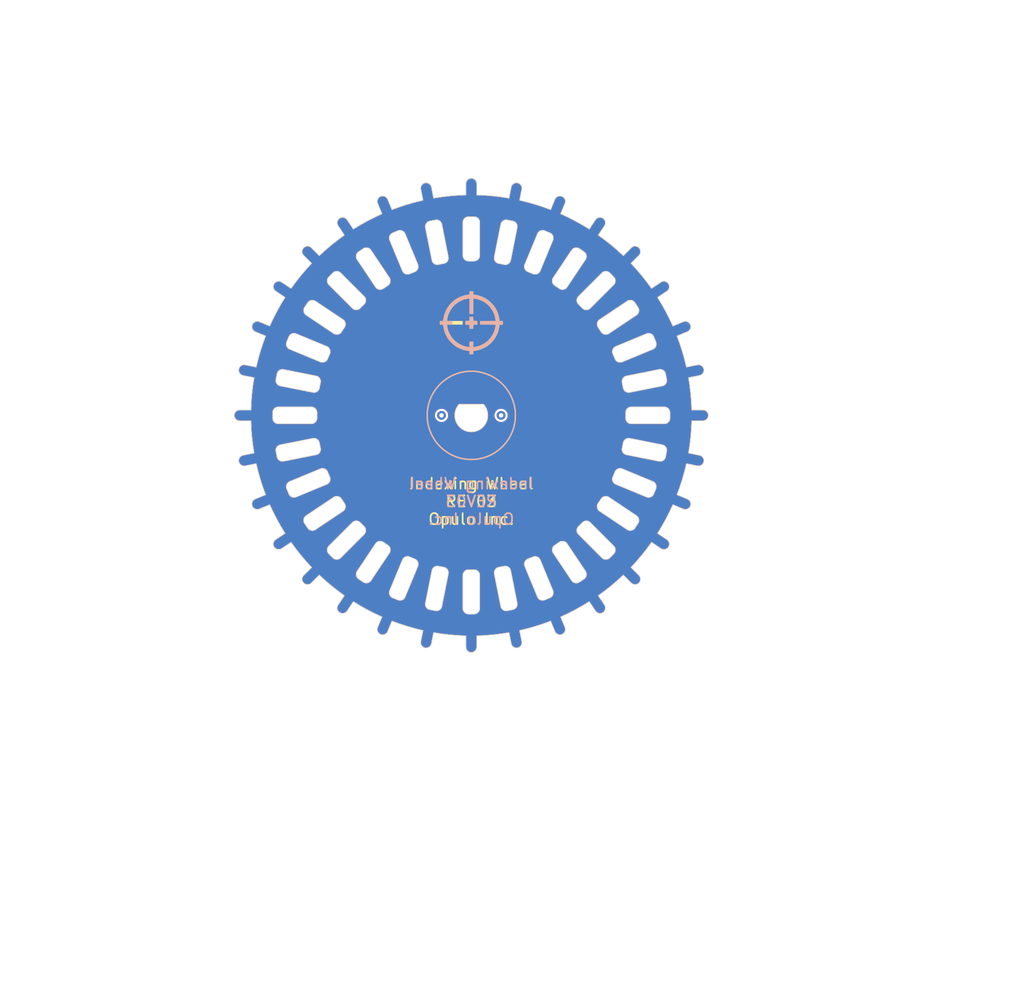
<source format=kicad_pcb>
(kicad_pcb (version 20211014) (generator pcbnew)
  (layers (0 "F.Cu" signal) (31 "B.Cu" signal) (34 "B.Paste" user) (35 "F.Paste" user) (36 "B.SilkS" user "B.Silkscreen") (37 "F.SilkS" user "F.Silkscreen") (38 "B.Mask" user) (39 "F.Mask" user) (44 "Edge.Cuts" user))
  (net 0 "")
  (footprint "index:logo" (layer "F.Cu") (at 149.5 84.6)
    (fp_text reference "G***" hide)
    (fp_text value "LOGO" hide)
    (fp_poly (pts (xy 0.169333 -2.543898) (xy 0.263869 -2.534212) (xy 0.52296 -2.493539) (xy 0.77827 -2.424972) (xy 1.029979 -2.32846) (xy 1.150055 -2.27195) (xy 1.292674 -2.196349) (xy 1.419534 -2.118738) (xy 1.537813 -2.033871) (xy 1.654691 -1.936508) (xy 1.777345 -1.821403) (xy 1.806554 -1.792443) (xy 1.926386 -1.667492) (xy 2.027294 -1.549938) (xy 2.114522 -1.432602) (xy 2.193312 -1.308306) (xy 2.268909 -1.16987) (xy 2.286061 -1.135945) (xy 2.396061 -0.885908) (xy 2.478089 -0.632356) (xy 2.532199 -0.375109) (xy 2.548323 -0.249759) (xy 2.558008 -0.155222) (xy 2.850444 -0.155222) (xy 2.850444 0.169333) (xy 2.557399 0.169333) (xy 2.547535 0.264583) (xy 2.507659 0.521009) (xy 2.441477 0.771033) (xy 2.348236 1.017208) (xy 2.286061 1.150055) (xy 2.21046 1.292674) (xy 2.132848 1.419534) (xy 2.047982 1.537813) (xy 1.950619 1.654691) (xy 1.835514 1.777345) (xy 1.806554 1.806554) (xy 1.681603 1.926386) (xy 1.564049 2.027294) (xy 1.446713 2.114522) (xy 1.322416 2.193312) (xy 1.18398 2.268909) (xy 1.150055 2.286061) (xy 0.900019 2.396061) (xy 0.646466 2.478089) (xy 0.38922 2.532199) (xy 0.263869 2.548323) (xy 0.169333 2.558008) (xy 0.169333 2.850444) (xy -0.155222 2.850444) (xy -0.155222 2.558008) (xy -0.249759 2.548323) (xy -0.508849 2.507649) (xy -0.76416 2.439083) (xy -1.015868 2.34257) (xy -1.135945 2.286061) (xy -1.278563 2.21046) (xy -1.405423 2.132848) (xy -1.523702 2.047982) (xy -1.64058 1.950619) (xy -1.763235 1.835514) (xy -1.792443 1.806554) (xy -1.912275 1.681603) (xy -2.013183 1.564049) (xy -2.100411 1.446713) (xy -2.179202 1.322416) (xy -2.254798 1.18398) (xy -2.27195 1.150055) (xy -2.38195 0.900019) (xy -2.463979 0.646466) (xy -2.518088 0.38922) (xy -2.534212 0.263869) (xy -2.543898 0.169333) (xy -2.836333 0.169333) (xy -2.836333 -0.155222) (xy -2.543898 -0.155222) (xy -2.205231 -0.155222) (xy -0.790222 -0.155222) (xy -0.790222 0.169333) (xy -2.205231 0.169333) (xy -2.195524 0.264583) (xy -2.159639 0.484313) (xy -2.097594 0.704567) (xy -2.011111 0.921475) (xy -1.901907 1.131165) (xy -1.771704 1.329766) (xy -1.659801 1.470858) (xy -1.506596 1.628821) (xy -1.33195 1.773377) (xy -1.140543 1.901804) (xy -0.937055 2.011383) (xy -0.726165 2.09939) (xy -0.512554 2.163106) (xy -0.443468 2.178102) (xy -0.370237 2.192329) (xy -0.31788 2.201925) (xy -0.27962 2.20791) (xy -0.248682 2.211303) (xy -0.218287 2.213125) (xy -0.208139 2.213523) (xy -0.155222 2.215444) (xy -0.155222 1.721555) (xy 0.169333 1.721555) (xy 0.169333 2.219342) (xy 0.264583 2.209635) (xy 0.483298 2.173883) (xy 0.70209 2.112335) (xy 0.916909 2.027114) (xy 1.123706 1.920343) (xy 1.318431 1.794146) (xy 1.497033 1.650645) (xy 1.655463 1.491964) (xy 1.673912 1.470858) (xy 1.818922 1.28327) (xy 1.944237 1.081651) (xy 2.048139 0.869873) (xy 2.128907 0.651808) (xy 2.184824 0.431326) (xy 2.209635 0.264583) (xy 2.219342 0.169333) (xy 1.721555 0.169333) (xy 1.721555 -0.155222) (xy 2.219342 -0.155222) (xy 2.209635 -0.250472) (xy 2.173749 -0.470202) (xy 2.111705 -0.690456) (xy 2.025222 -0.907364) (xy 1.916018 -1.117054) (xy 1.785814 -1.315655) (xy 1.673912 -1.456747) (xy 1.518331 -1.617203) (xy 1.342063 -1.762747) (xy 1.149159 -1.891257) (xy 0.943669 -2.000609) (xy 0.729643 -2.088681) (xy 0.511131 -2.153349) (xy 0.292182 -2.192491) (xy 0.264583 -2.195524) (xy 0.169333 -2.205231) (xy 0.169333 -0.790222) (xy -0.155222 -0.790222) (xy -0.155222 -2.205231) (xy -0.250472 -2.195524) (xy -0.469187 -2.159772) (xy -0.687979 -2.098224) (xy -0.902798 -2.013003) (xy -1.109595 -1.906233) (xy -1.30432 -1.780035) (xy -1.482922 -1.636534) (xy -1.641352 -1.477853) (xy -1.659801 -1.456747) (xy -1.804811 -1.269159) (xy -1.930126 -1.06754) (xy -2.034028 -0.855762) (xy -2.114796 -0.637697) (xy -2.170713 -0.417216) (xy -2.195524 -0.250472) (xy -2.205231 -0.155222) (xy -2.543898 -0.155222) (xy -2.534212 -0.249759) (xy -2.493539 -0.508849) (xy -2.424972 -0.76416) (xy -2.32846 -1.015868) (xy -2.27195 -1.135945) (xy -2.196349 -1.278563) (xy -2.118738 -1.405423) (xy -2.033871 -1.523702) (xy -1.936508 -1.64058) (xy -1.821403 -1.763235) (xy -1.792443 -1.792443) (xy -1.667492 -1.912275) (xy -1.549938 -2.013183) (xy -1.432602 -2.100411) (xy -1.308306 -2.179202) (xy -1.16987 -2.254798) (xy -1.135945 -2.27195) (xy -0.885908 -2.38195) (xy -0.632356 -2.463979) (xy -0.375109 -2.518088) (xy -0.249759 -2.534212) (xy -0.155222 -2.543898) (xy -0.155222 -2.836333) (xy 0.169333 -2.836333) (xy 0.169333 -2.543898)) (layer "F.SilkS") (width 0.01) (fill solid))
    (fp_poly (pts (xy 0.172439 -0.342195) (xy 0.176389 -0.162278) (xy 0.356305 -0.158329) (xy 0.536222 -0.154379) (xy 0.536222 0.16849) (xy 0.356305 0.172439) (xy 0.176389 0.176389) (xy 0.172439 0.356305) (xy 0.16849 0.536222) (xy -0.154379 0.536222) (xy -0.158329 0.356305) (xy -0.162278 0.176389) (xy -0.342195 0.172439) (xy -0.522111 0.16849) (xy -0.522111 -0.154379) (xy -0.342195 -0.158329) (xy -0.162278 -0.162278) (xy -0.158329 -0.342195) (xy -0.154379 -0.522111) (xy 0.16849 -0.522111) (xy 0.172439 -0.342195)) (layer "F.SilkS") (width 0.01) (fill solid))
  )
  (footprint "index:logo" (layer "B.Cu") (at 149.5 84.6 180)
    (fp_text reference "G***" hide)
    (fp_text value "LOGO" hide)
    (fp_poly (pts (xy 0.169333 2.543898) (xy 0.263869 2.534212) (xy 0.52296 2.493539) (xy 0.77827 2.424972) (xy 1.029979 2.32846) (xy 1.150055 2.27195) (xy 1.292674 2.196349) (xy 1.419534 2.118738) (xy 1.537813 2.033871) (xy 1.654691 1.936508) (xy 1.777345 1.821403) (xy 1.806554 1.792443) (xy 1.926386 1.667492) (xy 2.027294 1.549938) (xy 2.114522 1.432602) (xy 2.193312 1.308306) (xy 2.268909 1.16987) (xy 2.286061 1.135945) (xy 2.396061 0.885908) (xy 2.478089 0.632356) (xy 2.532199 0.375109) (xy 2.548323 0.249759) (xy 2.558008 0.155222) (xy 2.850444 0.155222) (xy 2.850444 -0.169333) (xy 2.557399 -0.169333) (xy 2.547535 -0.264583) (xy 2.507659 -0.521009) (xy 2.441477 -0.771033) (xy 2.348236 -1.017208) (xy 2.286061 -1.150055) (xy 2.21046 -1.292674) (xy 2.132848 -1.419534) (xy 2.047982 -1.537813) (xy 1.950619 -1.654691) (xy 1.835514 -1.777345) (xy 1.806554 -1.806554) (xy 1.681603 -1.926386) (xy 1.564049 -2.027294) (xy 1.446713 -2.114522) (xy 1.322416 -2.193312) (xy 1.18398 -2.268909) (xy 1.150055 -2.286061) (xy 0.900019 -2.396061) (xy 0.646466 -2.478089) (xy 0.38922 -2.532199) (xy 0.263869 -2.548323) (xy 0.169333 -2.558008) (xy 0.169333 -2.850444) (xy -0.155222 -2.850444) (xy -0.155222 -2.558008) (xy -0.249759 -2.548323) (xy -0.508849 -2.507649) (xy -0.76416 -2.439083) (xy -1.015868 -2.34257) (xy -1.135945 -2.286061) (xy -1.278563 -2.21046) (xy -1.405423 -2.132848) (xy -1.523702 -2.047982) (xy -1.64058 -1.950619) (xy -1.763235 -1.835514) (xy -1.792443 -1.806554) (xy -1.912275 -1.681603) (xy -2.013183 -1.564049) (xy -2.100411 -1.446713) (xy -2.179202 -1.322416) (xy -2.254798 -1.18398) (xy -2.27195 -1.150055) (xy -2.38195 -0.900019) (xy -2.463979 -0.646466) (xy -2.518088 -0.38922) (xy -2.534212 -0.263869) (xy -2.543898 -0.169333) (xy -2.836333 -0.169333) (xy -2.836333 0.155222) (xy -2.543898 0.155222) (xy -2.205231 0.155222) (xy -0.790222 0.155222) (xy -0.790222 -0.169333) (xy -2.205231 -0.169333) (xy -2.195524 -0.264583) (xy -2.159639 -0.484313) (xy -2.097594 -0.704567) (xy -2.011111 -0.921475) (xy -1.901907 -1.131165) (xy -1.771704 -1.329766) (xy -1.659801 -1.470858) (xy -1.506596 -1.628821) (xy -1.33195 -1.773377) (xy -1.140543 -1.901804) (xy -0.937055 -2.011383) (xy -0.726165 -2.09939) (xy -0.512554 -2.163106) (xy -0.443468 -2.178102) (xy -0.370237 -2.192329) (xy -0.31788 -2.201925) (xy -0.27962 -2.20791) (xy -0.248682 -2.211303) (xy -0.218287 -2.213125) (xy -0.208139 -2.213523) (xy -0.155222 -2.215444) (xy -0.155222 -1.721555) (xy 0.169333 -1.721555) (xy 0.169333 -2.219342) (xy 0.264583 -2.209635) (xy 0.483298 -2.173883) (xy 0.70209 -2.112335) (xy 0.916909 -2.027114) (xy 1.123706 -1.920343) (xy 1.318431 -1.794146) (xy 1.497033 -1.650645) (xy 1.655463 -1.491964) (xy 1.673912 -1.470858) (xy 1.818922 -1.28327) (xy 1.944237 -1.081651) (xy 2.048139 -0.869873) (xy 2.128907 -0.651808) (xy 2.184824 -0.431326) (xy 2.209635 -0.264583) (xy 2.219342 -0.169333) (xy 1.721555 -0.169333) (xy 1.721555 0.155222) (xy 2.219342 0.155222) (xy 2.209635 0.250472) (xy 2.173749 0.470202) (xy 2.111705 0.690456) (xy 2.025222 0.907364) (xy 1.916018 1.117054) (xy 1.785814 1.315655) (xy 1.673912 1.456747) (xy 1.518331 1.617203) (xy 1.342063 1.762747) (xy 1.149159 1.891257) (xy 0.943669 2.000609) (xy 0.729643 2.088681) (xy 0.511131 2.153349) (xy 0.292182 2.192491) (xy 0.264583 2.195524) (xy 0.169333 2.205231) (xy 0.169333 0.790222) (xy -0.155222 0.790222) (xy -0.155222 2.205231) (xy -0.250472 2.195524) (xy -0.469187 2.159772) (xy -0.687979 2.098224) (xy -0.902798 2.013003) (xy -1.109595 1.906233) (xy -1.30432 1.780035) (xy -1.482922 1.636534) (xy -1.641352 1.477853) (xy -1.659801 1.456747) (xy -1.804811 1.269159) (xy -1.930126 1.06754) (xy -2.034028 0.855762) (xy -2.114796 0.637697) (xy -2.170713 0.417216) (xy -2.195524 0.250472) (xy -2.205231 0.155222) (xy -2.543898 0.155222) (xy -2.534212 0.249759) (xy -2.493539 0.508849) (xy -2.424972 0.76416) (xy -2.32846 1.015868) (xy -2.27195 1.135945) (xy -2.196349 1.278563) (xy -2.118738 1.405423) (xy -2.033871 1.523702) (xy -1.936508 1.64058) (xy -1.821403 1.763235) (xy -1.792443 1.792443) (xy -1.667492 1.912275) (xy -1.549938 2.013183) (xy -1.432602 2.100411) (xy -1.308306 2.179202) (xy -1.16987 2.254798) (xy -1.135945 2.27195) (xy -0.885908 2.38195) (xy -0.632356 2.463979) (xy -0.375109 2.518088) (xy -0.249759 2.534212) (xy -0.155222 2.543898) (xy -0.155222 2.836333) (xy 0.169333 2.836333) (xy 0.169333 2.543898)) (layer "B.SilkS") (width 0.01) (fill solid))
    (fp_poly (pts (xy 0.172439 0.342195) (xy 0.176389 0.162278) (xy 0.356305 0.158329) (xy 0.536222 0.154379) (xy 0.536222 -0.16849) (xy 0.356305 -0.172439) (xy 0.176389 -0.176389) (xy 0.172439 -0.356305) (xy 0.16849 -0.536222) (xy -0.154379 -0.536222) (xy -0.158329 -0.356305) (xy -0.162278 -0.176389) (xy -0.342195 -0.172439) (xy -0.522111 -0.16849) (xy -0.522111 0.154379) (xy -0.342195 0.158329) (xy -0.162278 0.162278) (xy -0.158329 0.342195) (xy -0.154379 0.522111) (xy 0.16849 0.522111) (xy 0.172439 0.342195)) (layer "B.SilkS") (width 0.01) (fill solid))
  )
  (gr_circle (center 149.5 93) (end 145.5 93) (layer "B.SilkS") (width 0.12) (fill none))
  (gr_circle (center 149.5 93) (end 153.5 93) (layer "F.SilkS") (width 0.12) (fill none))
  (gr_arc (start 146.821014 110.310142) (mid 146.608907 110.628214) (end 146.234014 110.703142) (layer "Edge.Cuts") (width 0.05))
  (gr_arc (start 167.000014 92.250142) (mid 167.353567 92.396589) (end 167.500014 92.750142) (layer "Edge.Cuts") (width 0.05))
  (gr_line (start 156.157014 76.274142) (end 156.619014 76.466142) (layer "Edge.Cuts") (width 0.05))
  (gr_line (start 139.777014 103.783142) (end 137.656014 105.905142) (layer "Edge.Cuts") (width 0.05))
  (gr_arc (start 143.258011 106.11015) (mid 143.528384 105.839403) (end 143.911014 105.839142) (layer "Edge.Cuts") (width 0.05))
  (gr_line (start 142.311014 74.337142) (end 141.926014 73.407142) (layer "Edge.Cuts") (width 0.05))
  (gr_arc (start 156.890014 108.881142) (mid 156.889755 109.263768) (end 156.619014 109.534142) (layer "Edge.Cuts") (width 0.05))
  (gr_line (start 135.720014 95.486142) (end 135.818014 95.976142) (layer "Edge.Cuts") (width 0.05))
  (gr_arc (start 167.204014 89.734142) (mid 167.128793 90.109742) (end 166.810014 90.322142) (layer "Edge.Cuts") (width 0.05))
  (gr_line (start 134.533014 102.099142) (end 137.027014 100.432142) (layer "Edge.Cuts") (width 0.05))
  (gr_arc (start 141.387023 111.280619) (mid 140.07229 110.63858) (end 138.808014 109.902142) (layer "Edge.Cuts") (width 0.05))
  (gr_arc (start 159.22202 103.783148) (mid 159.07609 103.429439) (end 159.223014 103.076142) (layer "Edge.Cuts") (width 0.05))
  (gr_line (start 133.154014 81.476142) (end 132.317014 80.917142) (layer "Edge.Cuts") (width 0.05))
  (gr_line (start 129.988014 88.609142) (end 129.001014 88.413142) (layer "Edge.Cuts") (width 0.05))
  (gr_line (start 159.292014 77.895142) (end 159.708014 78.172142) (layer "Edge.Cuts") (width 0.05))
  (gr_line (start 152.178014 110.310142) (end 151.593014 107.368142) (layer "Edge.Cuts") (width 0.05))
  (gr_arc (start 136.595014 105.552142) (mid 136.448382 105.198142) (end 136.595014 104.844142) (layer "Edge.Cuts") (width 0.05))
  (gr_line (start 169.012014 97.391142) (end 169.999014 97.587142) (layer "Edge.Cuts") (width 0.05))
  (gr_line (start 156.890014 77.119142) (end 155.742014 79.891142) (layer "Edge.Cuts") (width 0.05))
  (gr_arc (start 163.990808 79.215688) (mid 164.95978 80.311962) (end 165.846014 81.476142) (layer "Edge.Cuts") (width 0.05))
  (gr_line (start 162.609014 86.758142) (end 165.381014 85.610142) (layer "Edge.Cuts") (width 0.05))
  (gr_line (start 135.009014 79.216142) (end 134.297014 78.504142) (layer "Edge.Cuts") (width 0.05))
  (gr_line (start 169.207014 96.410142) (end 170.194014 96.607142) (layer "Edge.Cuts") (width 0.05))
  (gr_line (start 148.750014 110.500142) (end 148.750014 107.500142) (layer "Edge.Cuts") (width 0.05))
  (gr_arc (start 151.594016 107.368151) (mid 151.668233 106.99296) (end 151.986014 106.780142) (layer "Edge.Cuts") (width 0.05))
  (gr_arc (start 152.910275 112.707505) (mid 151.46039 112.904085) (end 150.000014 112.994142) (layer "Edge.Cuts") (width 0.05))
  (gr_line (start 161.973014 100.432142) (end 164.467014 102.099142) (layer "Edge.Cuts") (width 0.05))
  (gr_arc (start 135.132005 95.094144) (mid 135.507196 95.168361) (end 135.720014 95.486142) (layer "Edge.Cuts") (width 0.05))
  (gr_arc (start 139.778008 82.217136) (mid 139.923938 82.570845) (end 139.777014 82.924142) (layer "Edge.Cuts") (width 0.05))
  (gr_line (start 138.808014 109.902142) (end 138.249014 110.739142) (layer "Edge.Cuts") (width 0.05))
  (gr_line (start 161.140014 84.321142) (end 163.634014 82.654142) (layer "Edge.Cuts") (width 0.05))
  (gr_line (start 136.661014 87.411142) (end 136.470014 87.873142) (layer "Edge.Cuts") (width 0.05))
  (gr_arc (start 149.750014 107.000142) (mid 150.103567 107.146589) (end 150.250014 107.500142) (layer "Edge.Cuts") (width 0.05))
  (gr_arc (start 167.500014 93.250142) (mid 167.353567 93.603695) (end 167.000014 93.750142) (layer "Edge.Cuts") (width 0.05))
  (gr_arc (start 163.183022 88.144139) (mid 162.800392 88.143885) (end 162.530014 87.873142) (layer "Edge.Cuts") (width 0.05))
  (gr_arc (start 160.28302 83.278136) (mid 159.929311 83.424066) (end 159.576014 83.277142) (layer "Edge.Cuts") (width 0.05))
  (gr_line (start 135.000014 93.750142) (end 132.000014 93.750142) (layer "Edge.Cuts") (width 0.05))
  (gr_line (start 160.192014 76.098142) (end 160.751014 75.261142) (layer "Edge.Cuts") (width 0.05))
  (gr_arc (start 134.298014 78.505142) (mid 134.297014 77.798142) (end 135.004014 77.797142) (layer "Edge.Cuts") (width 0.05))
  (gr_arc (start 158.600014 78.033142) (mid 158.917433 77.820824) (end 159.292014 77.895142) (layer "Edge.Cuts") (width 0.05))
  (gr_line (start 150.000014 112.994142) (end 150.000014 114.000142) (layer "Edge.Cuts") (width 0.05))
  (gr_arc (start 140.821009 104.639149) (mid 141.139136 104.427118) (end 141.514014 104.502142) (layer "Edge.Cuts") (width 0.05))
  (gr_arc (start 135.817006 97.856145) (mid 136.199636 97.856399) (end 136.470014 98.127142) (layer "Edge.Cuts") (width 0.05))
  (gr_line (start 153.064014 107.075142) (end 153.650014 110.017142) (layer "Edge.Cuts") (width 0.05))
  (gr_line (start 167.780014 84.887142) (end 168.710014 84.502142) (layer "Edge.Cuts") (width 0.05))
  (gr_line (start 153.257014 110.605142) (end 152.766014 110.703142) (layer "Edge.Cuts") (width 0.05))
  (gr_line (start 159.223014 82.217142) (end 161.344014 80.095142) (layer "Edge.Cuts") (width 0.05))
  (gr_arc (start 160.751014 75.261142) (mid 161.445014 75.123142) (end 161.583014 75.817142) (layer "Edge.Cuts") (width 0.05))
  (gr_line (start 163.183014 97.856142) (end 165.955014 99.004142) (layer "Edge.Cuts") (width 0.05))
  (gr_line (start 166.810014 90.322142) (end 163.868014 90.907142) (layer "Edge.Cuts") (width 0.05))
  (gr_arc (start 136.470014 87.873142) (mid 136.19964 88.143883) (end 135.817014 88.144142) (layer "Edge.Cuts") (width 0.05))
  (gr_arc (start 149.000219 112.993745) (mid 147.539871 112.903704) (end 146.090014 112.707142) (layer "Edge.Cuts") (width 0.05))
  (gr_line (start 162.339014 98.589142) (end 162.530014 98.127142) (layer "Edge.Cuts") (width 0.05))
  (gr_line (start 163.868014 95.093142) (end 166.810014 95.678142) (layer "Edge.Cuts") (width 0.05))
  (gr_line (start 145.743014 75.395142) (end 146.234014 75.297142) (layer "Edge.Cuts") (width 0.05))
  (gr_arc (start 129.002014 97.587142) (mid 128.414014 97.195142) (end 128.806014 96.607142) (layer "Edge.Cuts") (width 0.05))
  (gr_line (start 135.132014 90.907142) (end 132.190014 90.322142) (layer "Edge.Cuts") (width 0.05))
  (gr_line (start 131.895014 96.757142) (end 131.797014 96.266142) (layer "Edge.Cuts") (width 0.05))
  (gr_line (start 161.024014 109.346142) (end 161.583014 110.183142) (layer "Edge.Cuts") (width 0.05))
  (gr_line (start 161.024014 76.654142) (end 161.583014 75.817142) (layer "Edge.Cuts") (width 0.05))
  (gr_line (start 144.373014 79.970142) (end 143.911014 80.161142) (layer "Edge.Cuts") (width 0.05))
  (gr_arc (start 147.014014 106.779142) (mid 147.3325 106.992249) (end 147.407014 107.368142) (layer "Edge.Cuts") (width 0.05))
  (gr_line (start 137.976014 76.654142) (end 137.417014 75.817142) (layer "Edge.Cuts") (width 0.05))
  (gr_arc (start 166.810014 95.679142) (mid 167.128086 95.891249) (end 167.203014 96.266142) (layer "Edge.Cuts") (width 0.05))
  (gr_line (start 135.366014 82.654142) (end 137.860014 84.321142) (layer "Edge.Cuts") (width 0.05))
  (gr_arc (start 166.226014 86.343142) (mid 166.225755 86.725768) (end 165.955014 86.996142) (layer "Edge.Cuts") (width 0.05))
  (gr_line (start 149.000014 73.006142) (end 149.000014 72.000142) (layer "Edge.Cuts") (width 0.05))
  (gr_arc (start 164.702014 107.495142) (mid 164.703014 108.202142) (end 163.996014 108.203142) (layer "Edge.Cuts") (width 0.05))
  (gr_line (start 165.846014 104.524142) (end 166.683014 105.083142) (layer "Edge.Cuts") (width 0.05))
  (gr_line (start 156.619014 109.534142) (end 156.157014 109.726142) (layer "Edge.Cuts") (width 0.05))
  (gr_arc (start 133.153876 81.476622) (mid 134.040075 80.31243) (end 135.009014 79.216142) (layer "Edge.Cuts") (width 0.05))
  (gr_arc (start 157.487014 104.502142) (mid 157.861595 104.427824) (end 158.179014 104.640142) (layer "Edge.Cuts") (width 0.05))
  (gr_line (start 135.716014 78.509142) (end 135.004014 77.797142) (layer "Edge.Cuts") (width 0.05))
  (gr_arc (start 159.577014 102.723142) (mid 159.930014 102.576925) (end 160.283014 102.723142) (layer "Edge.Cuts") (width 0.05))
  (gr_line (start 168.163014 85.811142) (end 169.093014 85.426142) (layer "Edge.Cuts") (width 0.05))
  (gr_line (start 151.593014 78.632142) (end 152.178014 75.690142) (layer "Edge.Cuts") (width 0.05))
  (gr_arc (start 143.496014 109.455142) (mid 143.22564 109.725883) (end 142.843014 109.726142) (layer "Edge.Cuts") (width 0.05))
  (gr_arc (start 146.234014 75.296142) (mid 146.609614 75.371363) (end 146.822014 75.690142) (layer "Edge.Cuts") (width 0.05))
  (gr_line (start 163.575014 89.436142) (end 166.517014 88.850142) (layer "Edge.Cuts") (width 0.05))
  (gr_arc (start 161.139021 101.679147) (mid 160.92699 101.36102) (end 161.002014 100.986142) (layer "Edge.Cuts") (width 0.05))
  (gr_line (start 159.576014 83.277142) (end 159.223014 82.924142) (layer "Edge.Cuts") (width 0.05))
  (gr_arc (start 146.089753 73.292779) (mid 147.539638 73.096199) (end 149.000014 73.006142) (layer "Edge.Cuts") (width 0.05))
  (gr_arc (start 128.500014 93.500142) (mid 128.000014 93.000142) (end 128.500014 92.500142) (layer "Edge.Cuts") (width 0.05))
  (gr_arc (start 160.191954 109.901668) (mid 158.927712 110.638103) (end 157.613014 111.280142) (layer "Edge.Cuts") (width 0.05))
  (gr_line (start 141.387014 111.280142) (end 141.002014 112.210142) (layer "Edge.Cuts") (width 0.05))
  (gr_arc (start 131.796014 96.266142) (mid 131.871235 95.890542) (end 132.190014 95.678142) (layer "Edge.Cuts") (width 0.05))
  (gr_arc (start 144.913014 72.502142) (mid 145.305014 71.914142) (end 145.893014 72.306142) (layer "Edge.Cuts") (width 0.05))
  (gr_line (start 167.780014 101.113142) (end 168.710014 101.498142) (layer "Edge.Cuts") (width 0.05))
  (gr_arc (start 163.284468 107.490936) (mid 162.188194 108.459908) (end 161.024014 109.346142) (layer "Edge.Cuts") (width 0.05))
  (gr_arc (start 130.291014 101.498142) (mid 129.637014 101.228142) (end 129.907014 100.574142) (layer "Edge.Cuts") (width 0.05))
  (gr_arc (start 163.279014 95.486142) (mid 163.492121 95.167656) (end 163.868014 95.093142) (layer "Edge.Cuts") (width 0.05))
  (gr_line (start 166.226014 99.657142) (end 166.034014 100.119142) (layer "Edge.Cuts") (width 0.05))
  (gr_arc (start 145.351014 75.983142) (mid 145.425235 75.607956) (end 145.743014 75.395142) (layer "Edge.Cuts") (width 0.05))
  (gr_line (start 155.742014 106.109142) (end 156.890014 108.881142) (layer "Edge.Cuts") (width 0.05))
  (gr_arc (start 159.223014 82.923142) (mid 159.076797 82.570142) (end 159.223014 82.217142) (layer "Edge.Cuts") (width 0.05))
  (gr_line (start 163.182014 95.976142) (end 163.280014 95.486142) (layer "Edge.Cuts") (width 0.05))
  (gr_arc (start 142.068009 80.527135) (mid 142.142747 80.902718) (end 141.930014 81.221142) (layer "Edge.Cuts") (width 0.05))
  (gr_line (start 148.400001 92.000001) (end 150.6 92) (layer "Edge.Cuts") (width 0.05))
  (gr_arc (start 167.239014 104.251142) (mid 167.377014 104.945142) (end 166.683014 105.083142) (layer "Edge.Cuts") (width 0.05))
  (gr_arc (start 136.390006 86.758139) (mid 136.660753 87.028512) (end 136.661014 87.411142) (layer "Edge.Cuts") (width 0.05))
  (gr_line (start 131.797014 89.734142) (end 131.895014 89.243142) (layer "Edge.Cuts") (width 0.05))
  (gr_line (start 164.000014 92.250142) (end 167.000014 92.250142) (layer "Edge.Cuts") (width 0.05))
  (gr_line (start 131.220014 101.113142) (end 130.290014 101.498142) (layer "Edge.Cuts") (width 0.05))
  (gr_arc (start 162.530014 98.127142) (mid 162.800388 97.856401) (end 163.183014 97.856142) (layer "Edge.Cuts") (width 0.05))
  (gr_arc (start 157.613005 74.719665) (mid 158.927738 75.361704) (end 160.192014 76.098142) (layer "Edge.Cuts") (width 0.05))
  (gr_arc (start 149.750014 75.000142) (mid 150.103567 75.146589) (end 150.250014 75.500142) (layer "Edge.Cuts") (width 0.05))
  (gr_line (start 166.517014 97.150142) (end 163.575014 96.564142) (layer "Edge.Cuts") (width 0.05))
  (gr_line (start 143.258014 79.891142) (end 142.110014 77.119142) (layer "Edge.Cuts") (width 0.05))
  (gr_arc (start 131.761014 81.749142) (mid 131.623014 81.055142) (end 132.317014 80.917142) (layer "Edge.Cuts") (width 0.05))
  (gr_line (start 133.619014 85.610142) (end 136.391014 86.758142) (layer "Edge.Cuts") (width 0.05))
  (gr_arc (start 149.250014 79.000142) (mid 148.896461 78.853695) (end 148.750014 78.500142) (layer "Edge.Cuts") (width 0.05))
  (gr_arc (start 131.219537 84.887151) (mid 131.861576 83.572418) (end 132.598014 82.308142) (layer "Edge.Cuts") (width 0.05))
  (gr_arc (start 150.250014 110.500142) (mid 150.103567 110.853695) (end 149.750014 111.000142) (layer "Edge.Cuts") (width 0.05))
  (gr_arc (start 163.634014 82.654142) (mid 164.009595 82.57941) (end 164.328014 82.792142) (layer "Edge.Cuts") (width 0.05))
  (gr_line (start 136.391014 99.242142) (end 133.619014 100.390142) (layer "Edge.Cuts") (width 0.05))
  (gr_arc (start 162.052014 105.905142) (mid 161.698014 106.051774) (end 161.344014 105.905142) (layer "Edge.Cuts") (width 0.05))
  (gr_arc (start 156.157014 109.726142) (mid 155.774388 109.725883) (end 155.504014 109.455142) (layer "Edge.Cuts") (width 0.05))
  (gr_arc (start 129.506411 92.500347) (mid 129.596452 91.039999) (end 129.793014 89.590142) (layer "Edge.Cuts") (width 0.05))
  (gr_arc (start 154.627014 79.970142) (mid 154.356273 79.699768) (end 154.356014 79.317142) (layer "Edge.Cuts") (width 0.05))
  (gr_arc (start 161.023534 76.654004) (mid 162.187726 77.540203) (end 163.284014 78.509142) (layer "Edge.Cuts") (width 0.05))
  (gr_line (start 133.045014 99.004142) (end 135.817014 97.856142) (layer "Edge.Cuts") (width 0.05))
  (gr_line (start 149.250014 75.000142) (end 149.750014 75.000142) (layer "Edge.Cuts") (width 0.05))
  (gr_arc (start 134.394014 102.792142) (mid 134.319989 102.416854) (end 134.533014 102.099142) (layer "Edge.Cuts") (width 0.05))
  (gr_arc (start 151.986014 79.221142) (mid 151.667528 79.008035) (end 151.593014 78.632142) (layer "Edge.Cuts") (width 0.05))
  (gr_arc (start 168.709014 84.502142) (mid 169.363014 84.772142) (end 169.093014 85.426142) (layer "Edge.Cuts") (width 0.05))
  (gr_arc (start 163.868023 90.90614) (mid 163.492832 90.831923) (end 163.280014 90.514142) (layer "Edge.Cuts") (width 0.05))
  (gr_arc (start 149.999809 73.006539) (mid 151.460157 73.09658) (end 152.910014 73.293142) (layer "Edge.Cuts") (width 0.05))
  (gr_arc (start 153.065016 78.925133) (mid 152.851911 79.243626) (end 152.476014 79.318142) (layer "Edge.Cuts") (width 0.05))
  (gr_line (start 159.223014 103.076142) (end 159.576014 102.723142) (layer "Edge.Cuts") (width 0.05))
  (gr_arc (start 169.207377 89.589881) (mid 169.403957 91.039766) (end 169.494014 92.500142) (layer "Edge.Cuts") (width 0.05))
  (gr_arc (start 136.948014 80.095142) (mid 137.302014 79.94851) (end 137.656014 80.095142) (layer "Edge.Cuts") (width 0.05))
  (gr_arc (start 153.107014 72.307142) (mid 153.694014 71.914142) (end 154.087014 72.501142) (layer "Edge.Cuts") (width 0.05))
  (gr_arc (start 130.8369 100.189523) (mid 130.361243 98.805868) (end 129.988014 97.391142) (layer "Edge.Cuts") (width 0.05))
  (gr_arc (start 165.381014 85.610142) (mid 165.76364 85.610401) (end 166.034014 85.881142) (layer "Edge.Cuts") (width 0.05))
  (gr_line (start 164.467014 83.901142) (end 161.973014 85.568142) (layer "Edge.Cuts") (width 0.05))
  (gr_arc (start 141.926014 112.592142) (mid 141.273014 112.863142) (end 141.002014 112.210142) (layer "Edge.Cuts") (width 0.05))
  (gr_line (start 166.402014 82.308142) (end 167.239014 81.749142) (layer "Edge.Cuts") (width 0.05))
  (gr_line (start 153.891014 73.488142) (end 154.087014 72.501142) (layer "Edge.Cuts") (width 0.05))
  (gr_line (start 139.292014 78.172142) (end 139.708014 77.895142) (layer "Edge.Cuts") (width 0.05))
  (gr_line (start 168.163014 100.189142) (end 169.093014 100.574142) (layer "Edge.Cuts") (width 0.05))
  (gr_arc (start 150.599999 92.000001) (mid 149.5 94.486605) (end 148.400001 92.000001) (layer "Edge.Cuts") (width 0.05))
  (gr_arc (start 133.619014 100.390142) (mid 133.236388 100.389883) (end 132.966014 100.119142) (layer "Edge.Cuts") (width 0.05))
  (gr_arc (start 144.373014 106.030142) (mid 144.643755 106.300516) (end 144.644014 106.683142) (layer "Edge.Cuts") (width 0.05))
  (gr_line (start 131.220014 84.887142) (end 130.290014 84.502142) (layer "Edge.Cuts") (width 0.05))
  (gr_arc (start 141.513014 81.498142) (mid 141.138433 81.57246) (end 140.821014 81.360142) (layer "Edge.Cuts") (width 0.05))
  (gr_arc (start 156.689395 111.663256) (mid 155.30574 112.138913) (end 153.891014 112.512142) (layer "Edge.Cuts") (width 0.05))
  (gr_arc (start 135.817014 95.976142) (mid 135.742793 96.351328) (end 135.425014 96.564142) (layer "Edge.Cuts") (width 0.05))
  (gr_line (start 145.350014 110.017142) (end 145.936014 107.075142) (layer "Edge.Cuts") (width 0.05))
  (gr_line (start 164.605014 102.792142) (end 164.328014 103.208142) (layer "Edge.Cuts") (width 0.05))
  (gr_line (start 129.793014 96.410142) (end 128.806014 96.607142) (layer "Edge.Cuts") (width 0.05))
  (gr_arc (start 163.575023 96.565144) (mid 163.25653 96.352039) (end 163.182014 95.976142) (layer "Edge.Cuts") (width 0.05))
  (gr_line (start 132.598014 103.692142) (end 131.761014 104.251142) (layer "Edge.Cuts") (width 0.05))
  (gr_arc (start 140.400014 107.967142) (mid 140.082595 108.17946) (end 139.708014 108.105142) (layer "Edge.Cuts") (width 0.05))
  (gr_line (start 160.283014 102.723142) (end 162.405014 104.844142) (layer "Edge.Cuts") (width 0.05))
  (gr_line (start 145.936014 78.925142) (end 145.350014 75.983142) (layer "Edge.Cuts") (width 0.05))
  (gr_line (start 159.708014 107.828142) (end 159.292014 108.105142) (layer "Edge.Cuts") (width 0.05))
  (gr_arc (start 164.000023 93.750142) (mid 163.646464 93.603699) (end 163.500014 93.250142) (layer "Edge.Cuts") (width 0.05))
  (gr_line (start 146.090014 73.293142) (end 145.893014 72.306142) (layer "Edge.Cuts") (width 0.05))
  (gr_arc (start 129.908014 85.426142) (mid 129.637014 84.773142) (end 130.290014 84.502142) (layer "Edge.Cuts") (width 0.05))
  (gr_line (start 137.976014 109.346142) (end 137.417014 110.183142) (layer "Edge.Cuts") (width 0.05))
  (gr_arc (start 161.344014 80.096142) (mid 161.697307 79.949218) (end 162.051014 80.095142) (layer "Edge.Cuts") (width 0.05))
  (gr_arc (start 135.000005 92.250142) (mid 135.353564 92.396585) (end 135.500014 92.750142) (layer "Edge.Cuts") (width 0.05))
  (gr_line (start 167.500014 92.750142) (end 167.500014 93.250142) (layer "Edge.Cuts") (width 0.05))
  (gr_line (start 155.089014 80.161142) (end 154.627014 79.970142) (layer "Edge.Cuts") (width 0.05))
  (gr_line (start 163.500014 93.250142) (end 163.500014 92.750142) (layer "Edge.Cuts") (width 0.05))
  (gr_line (start 138.717014 83.277142) (end 136.595014 81.156142) (layer "Edge.Cuts") (width 0.05))
  (gr_arc (start 165.846152 104.523662) (mid 164.959953 105.687854) (end 163.991014 106.784142) (layer "Edge.Cuts") (width 0.05))
  (gr_line (start 142.110014 108.881142) (end 143.258014 106.109142) (layer "Edge.Cuts") (width 0.05))
  (gr_line (start 165.846014 81.476142) (end 166.683014 80.917142) (layer "Edge.Cuts") (width 0.05))
  (gr_line (start 157.070014 104.779142) (end 157.486014 104.502142) (layer "Edge.Cuts") (width 0.05))
  (gr_arc (start 149.000014 72.000142) (mid 149.500014 71.500142) (end 150.000014 72.000142) (layer "Edge.Cuts") (width 0.05))
  (gr_arc (start 137.998014 100.987142) (mid 138.072332 101.361723) (end 137.860014 101.679142) (layer "Edge.Cuts") (width 0.05))
  (gr_arc (start 144.644011 79.317134) (mid 144.643757 79.699764) (end 144.373014 79.970142) (layer "Edge.Cuts") (width 0.05))
  (gr_arc (start 163.995014 77.798142) (mid 164.702014 77.797142) (end 164.703014 78.504142) (layer "Edge.Cuts") (width 0.05))
  (gr_line (start 166.402014 103.692142) (end 167.239014 104.251142) (layer "Edge.Cuts") (width 0.05))
  (gr_arc (start 149.250014 111.000142) (mid 148.896461 110.853695) (end 148.750014 110.500142) (layer "Edge.Cuts") (width 0.05))
  (gr_line (start 137.721014 100.570142) (end 137.998014 100.986142) (layer "Edge.Cuts") (width 0.05))
  (gr_arc (start 163.183014 90.024142) (mid 163.257235 89.648956) (end 163.575014 89.436142) (layer "Edge.Cuts") (width 0.05))
  (gr_line (start 150.250014 107.500142) (end 150.250014 110.500142) (layer "Edge.Cuts") (width 0.05))
  (gr_line (start 136.595014 80.449142) (end 136.949014 80.095142) (layer "Edge.Cuts") (width 0.05))
  (gr_line (start 136.949014 105.905142) (end 136.595014 105.551142) (layer "Edge.Cuts") (width 0.05))
  (gr_arc (start 153.890654 73.48831) (mid 155.305369 73.861512) (end 156.689014 74.337142) (layer "Edge.Cuts") (width 0.05))
  (gr_line (start 139.777014 82.924142) (end 139.424014 83.277142) (layer "Edge.Cuts") (width 0.05))
  (gr_arc (start 146.524014 79.317142) (mid 146.148828 79.242921) (end 145.936014 78.925142) (layer "Edge.Cuts") (width 0.05))
  (gr_arc (start 137.976494 109.34628) (mid 136.812302 108.460081) (end 135.716014 107.491142) (layer "Edge.Cuts") (width 0.05))
  (gr_arc (start 137.027007 100.432147) (mid 137.40259 100.357409) (end 137.721014 100.570142) (layer "Edge.Cuts") (width 0.05))
  (gr_line (start 167.203014 96.266142) (end 167.105014 96.757142) (layer "Edge.Cuts") (width 0.05))
  (gr_line (start 139.708014 108.105142) (end 139.292014 107.828142) (layer "Edge.Cuts") (width 0.05))
  (gr_arc (start 148.750014 75.500142) (mid 148.896461 75.146589) (end 149.250014 75.000142) (layer "Edge.Cuts") (width 0.05))
  (gr_line (start 169.494014 92.500142) (end 170.500014 92.500142) (layer "Edge.Cuts") (width 0.05))
  (gr_line (start 142.381014 76.466142) (end 142.843014 76.274142) (layer "Edge.Cuts") (width 0.05))
  (gr_arc (start 135.00922 106.784596) (mid 134.040248 105.688322) (end 133.154014 104.524142) (layer "Edge.Cuts") (width 0.05))
  (gr_line (start 156.689014 111.663142) (end 157.074014 112.593142) (layer "Edge.Cuts") (width 0.05))
  (gr_line (start 158.599014 107.967142) (end 156.932014 105.473142) (layer "Edge.Cuts") (width 0.05))
  (gr_arc (start 162.404014 104.844142) (mid 162.550938 105.197435) (end 162.405014 105.551142) (layer "Edge.Cuts") (width 0.05))
  (gr_line (start 157.613014 74.720142) (end 157.998014 73.790142) (layer "Edge.Cuts") (width 0.05))
  (gr_arc (start 133.045014 86.996142) (mid 132.774273 86.725768) (end 132.774014 86.343142) (layer "Edge.Cuts") (width 0.05))
  (gr_arc (start 137.656014 105.904142) (mid 137.302721 106.051066) (end 136.949014 105.905142) (layer "Edge.Cuts") (width 0.05))
  (gr_arc (start 156.932019 105.473149) (mid 156.857281 105.097566) (end 157.070014 104.779142) (layer "Edge.Cuts") (width 0.05))
  (gr_arc (start 132.966014 85.881142) (mid 133.236388 85.610401) (end 133.619014 85.610142) (layer "Edge.Cuts") (width 0.05))
  (gr_arc (start 161.583014 110.183142) (mid 161.445014 110.877142) (end 160.751014 110.739142) (layer "Edge.Cuts") (width 0.05))
  (gr_line (start 162.405014 105.551142) (end 162.051014 105.905142) (layer "Edge.Cuts") (width 0.05))
  (gr_line (start 135.716014 107.491142) (end 135.004014 108.203142) (layer "Edge.Cuts") (width 0.05))
  (gr_line (start 135.009014 106.784142) (end 134.297014 107.496142) (layer "Edge.Cuts") (width 0.05))
  (gr_arc (start 161.279014 100.570142) (mid 161.597433 100.35741) (end 161.973014 100.432142) (layer "Edge.Cuts") (width 0.05))
  (gr_line (start 133.154014 104.524142) (end 132.317014 105.083142) (layer "Edge.Cuts") (width 0.05))
  (gr_arc (start 150.000014 114.000142) (mid 149.500014 114.500142) (end 149.000014 114.000142) (layer "Edge.Cuts") (width 0.05))
  (gr_arc (start 148.750014 107.500151) (mid 148.896457 107.146592) (end 149.250014 107.000142) (layer "Edge.Cuts") (width 0.05))
  (gr_arc (start 157.070014 81.221142) (mid 156.857282 80.902723) (end 156.932014 80.527142) (layer "Edge.Cuts") (width 0.05))
  (gr_line (start 153.891014 112.512142) (end 154.087014 113.499142) (layer "Edge.Cuts") (width 0.05))
  (gr_arc (start 158.179019 81.361135) (mid 157.860892 81.573166) (end 157.486014 81.498142) (layer "Edge.Cuts") (width 0.05))
  (gr_arc (start 132.000014 93.750142) (mid 131.646461 93.603695) (end 131.500014 93.250142) (layer "Edge.Cuts") (width 0.05))
  (gr_line (start 167.105014 89.243142) (end 167.203014 89.734142) (layer "Edge.Cuts") (width 0.05))
  (gr_line (start 132.598014 82.308142) (end 131.761014 81.749142) (layer "Edge.Cuts") (width 0.05))
  (gr_line (start 163.634014 103.346142) (end 161.140014 101.679142) (layer "Edge.Cuts") (width 0.05))
  (gr_line (start 152.910014 73.293142) (end 153.107014 72.306142) (layer "Edge.Cuts") (width 0.05))
  (gr_line (start 165.955014 86.996142) (end 163.183014 88.144142) (layer "Edge.Cuts") (width 0.05))
  (gr_line (start 132.966014 100.119142) (end 132.774014 99.657142) (layer "Edge.Cuts") (width 0.05))
  (gr_line (start 146.822014 75.690142) (end 147.407014 78.632142) (layer "Edge.Cuts") (width 0.05))
  (gr_line (start 129.506014 93.500142) (end 128.500014 93.500142) (layer "Edge.Cuts") (width 0.05))
  (gr_line (start 139.424014 102.723142) (end 139.777014 103.076142) (layer "Edge.Cuts") (width 0.05))
  (gr_line (start 135.818014 90.024142) (end 135.720014 90.514142) (layer "Edge.Cuts") (width 0.05))
  (gr_arc (start 167.106014 96.757142) (mid 166.892907 97.075628) (end 166.517014 97.150142) (layer "Edge.Cuts") (width 0.05))
  (gr_arc (start 132.483014 97.149142) (mid 132.107828 97.074921) (end 131.895014 96.757142) (layer "Edge.Cuts") (width 0.05))
  (gr_line (start 163.284014 107.491142) (end 163.996014 108.203142) (layer "Edge.Cuts") (width 0.05))
  (gr_arc (start 161.002014 85.013142) (mid 160.927696 84.638561) (end 161.140014 84.321142) (layer "Edge.Cuts") (width 0.05))
  (gr_line (start 141.387014 74.720142) (end 141.002014 73.790142) (layer "Edge.Cuts") (width 0.05))
  (gr_line (start 143.911014 105.839142) (end 144.373014 106.030142) (layer "Edge.Cuts") (width 0.05))
  (gr_line (start 132.774014 86.343142) (end 132.966014 85.881142) (layer "Edge.Cuts") (width 0.05))
  (gr_line (start 137.860014 101.679142) (end 135.366014 103.346142) (layer "Edge.Cuts") (width 0.05))
  (gr_arc (start 159.292014 108.106142) (mid 158.916726 108.180167) (end 158.599014 107.967142) (layer "Edge.Cuts") (width 0.05))
  (gr_line (start 163.991014 106.784142) (end 164.703014 107.496142) (layer "Edge.Cuts") (width 0.05))
  (gr_line (start 165.381014 100.390142) (end 162.609014 99.242142) (layer "Edge.Cuts") (width 0.05))
  (gr_line (start 151.986014 106.780142) (end 152.476014 106.682142) (layer "Edge.Cuts") (width 0.05))
  (gr_arc (start 154.356017 106.68315) (mid 154.356271 106.30052) (end 154.627014 106.030142) (layer "Edge.Cuts") (width 0.05))
  (gr_arc (start 142.110014 77.119142) (mid 142.110273 76.736516) (end 142.381014 76.466142) (layer "Edge.Cuts") (width 0.05))
  (gr_line (start 136.595014 104.844142) (end 138.717014 102.723142) (layer "Edge.Cuts") (width 0.05))
  (gr_arc (start 166.40154 82.308202) (mid 167.137975 83.572444) (end 167.780014 84.887142) (layer "Edge.Cuts") (width 0.05))
  (gr_arc (start 129.792651 96.410403) (mid 129.596071 94.960518) (end 129.506014 93.500142) (layer "Edge.Cuts") (width 0.05))
  (gr_arc (start 166.034014 100.119142) (mid 165.76364 100.389883) (end 165.381014 100.390142) (layer "Edge.Cuts") (width 0.05))
  (gr_arc (start 142.843014 76.274142) (mid 143.22564 76.274401) (end 143.496014 76.545142) (layer "Edge.Cuts") (width 0.05))
  (gr_arc (start 132.317014 105.083142) (mid 131.623014 104.945142) (end 131.761014 104.251142) (layer "Edge.Cuts") (width 0.05))
  (gr_line (start 163.280014 90.514142) (end 163.182014 90.024142) (layer "Edge.Cuts") (width 0.05))
  (gr_line (start 130.837014 85.811142) (end 129.907014 85.426142) (layer "Edge.Cuts") (width 0.05))
  (gr_line (start 146.234014 110.703142) (end 145.743014 110.605142) (layer "Edge.Cuts") (width 0.05))
  (gr_arc (start 145.893014 113.693142) (mid 145.306014 114.086142) (end 144.913014 113.499142) (layer "Edge.Cuts") (width 0.05))
  (gr_line (start 158.179014 104.640142) (end 159.846014 107.134142) (layer "Edge.Cuts") (width 0.05))
  (gr_arc (start 161.973021 85.568137) (mid 161.597438 85.642875) (end 161.279014 85.430142) (layer "Edge.Cuts") (width 0.05))
  (gr_arc (start 157.074014 73.408142) (mid 157.727014 73.137142) (end 157.998014 73.790142) (layer "Edge.Cuts") (width 0.05))
  (gr_arc (start 143.912014 80.161142) (mid 143.529095 80.16159) (end 143.258014 79.891142) (layer "Edge.Cuts") (width 0.05))
  (gr_arc (start 169.493617 93.499937) (mid 169.403576 94.960285) (end 169.207014 96.410142) (layer "Edge.Cuts") (width 0.05))
  (gr_arc (start 145.743014 110.606142) (mid 145.424528 110.393035) (end 145.350014 110.017142) (layer "Edge.Cuts") (width 0.05))
  (gr_line (start 132.000014 92.250142) (end 135.000014 92.250142) (layer "Edge.Cuts") (width 0.05))
  (gr_arc (start 164.606014 83.208142) (mid 164.680039 83.58343) (end 164.467014 83.901142) (layer "Edge.Cuts") (width 0.05))
  (gr_line (start 162.051014 80.095142) (end 162.405014 80.449142) (layer "Edge.Cuts") (width 0.05))
  (gr_line (start 169.207014 89.590142) (end 170.194014 89.393142) (layer "Edge.Cuts") (width 0.05))
  (gr_arc (start 128.807014 89.393142) (mid 128.414014 88.806142) (end 129.001014 88.413142) (layer "Edge.Cuts") (width 0.05))
  (gr_line (start 132.483014 88.850142) (end 135.425014 89.436142) (layer "Edge.Cuts") (width 0.05))
  (gr_arc (start 170.500014 92.500142) (mid 171.000014 93.000142) (end 170.500014 93.500142) (layer "Edge.Cuts") (width 0.05))
  (gr_line (start 154.627014 106.030142) (end 155.089014 105.839142) (layer "Edge.Cuts") (width 0.05))
  (gr_line (start 132.190014 95.678142) (end 135.132014 95.093142) (layer "Edge.Cuts") (width 0.05))
  (gr_line (start 153.650014 75.983142) (end 153.064014 78.925142) (layer "Edge.Cuts") (width 0.05))
  (gr_line (start 135.817014 88.144142) (end 133.045014 86.996142) (layer "Edge.Cuts") (width 0.05))
  (gr_arc (start 132.774014 99.657142) (mid 132.774273 99.274516) (end 133.045014 99.004142) (layer "Edge.Cuts") (width 0.05))
  (gr_arc (start 153.257014 75.394142) (mid 153.5755 75.607249) (end 153.650014 75.983142) (layer "Edge.Cuts") (width 0.05))
  (gr_line (start 157.613014 111.280142) (end 157.998014 112.210142) (layer "Edge.Cuts") (width 0.05))
  (gr_arc (start 162.405014 80.448142) (mid 162.551646 80.802142) (end 162.405014 81.156142) (layer "Edge.Cuts") (width 0.05))
  (gr_line (start 162.405014 81.156142) (end 160.283014 83.277142) (layer "Edge.Cuts") (width 0.05))
  (gr_arc (start 135.005014 108.202142) (mid 134.298014 108.203142) (end 134.297014 107.496142) (layer "Edge.Cuts") (width 0.05))
  (gr_arc (start 157.998014 112.209142) (mid 157.728014 112.863142) (end 157.074014 112.593142) (layer "Edge.Cuts") (width 0.05))
  (gr_arc (start 138.808074 76.098616) (mid 140.072316 75.362181) (end 141.387014 74.720142) (layer "Edge.Cuts") (width 0.05))
  (gr_arc (start 155.504014 76.545142) (mid 155.774388 76.274401) (end 156.157014 76.274142) (layer "Edge.Cuts") (width 0.05))
  (gr_line (start 155.504014 109.455142) (end 154.356014 106.683142) (layer "Edge.Cuts") (width 0.05))
  (gr_arc (start 137.417014 75.817142) (mid 137.555014 75.123142) (end 138.249014 75.261142) (layer "Edge.Cuts") (width 0.05))
  (gr_arc (start 138.717008 102.722148) (mid 139.070717 102.576218) (end 139.424014 102.723142) (layer "Edge.Cuts") (width 0.05))
  (gr_line (start 152.476014 79.318142) (end 151.986014 79.220142) (layer "Edge.Cuts") (width 0.05))
  (gr_line (start 134.395014 83.208142) (end 134.672014 82.792142) (layer "Edge.Cuts") (width 0.05))
  (gr_line (start 141.930014 81.221142) (end 141.514014 81.498142) (layer "Edge.Cuts") (width 0.05))
  (gr_arc (start 145.109374 112.511974) (mid 143.694659 112.138772) (end 142.311014 111.663142) (layer "Edge.Cuts") (width 0.05))
  (gr_arc (start 170.193014 96.607142) (mid 170.586014 97.194142) (end 169.999014 97.587142) (layer "Edge.Cuts") (width 0.05))
  (gr_line (start 156.932014 80.527142) (end 158.599014 78.033142) (layer "Edge.Cuts") (width 0.05))
  (gr_line (start 142.068014 105.473142) (end 140.401014 107.967142) (layer "Edge.Cuts") (width 0.05))
  (gr_arc (start 166.517014 88.851142) (mid 166.8922 88.925363) (end 167.105014 89.243142) (layer "Edge.Cuts") (width 0.05))
  (gr_line (start 150.000014 73.006142) (end 150.000014 72.000142) (layer "Edge.Cuts") (width 0.05))
  (gr_arc (start 164.328014 103.208142) (mid 164.009595 103.420874) (end 163.634014 103.346142) (layer "Edge.Cuts") (width 0.05))
  (gr_arc (start 159.708014 78.172142) (mid 159.920746 78.490561) (end 159.846014 78.866142) (layer "Edge.Cuts") (width 0.05))
  (gr_line (start 166.034014 85.881142) (end 166.226014 86.343142) (layer "Edge.Cuts") (width 0.05))
  (gr_line (start 141.514014 104.502142) (end 141.930014 104.779142) (layer "Edge.Cuts") (width 0.05))
  (gr_line (start 144.644014 106.683142) (end 143.496014 109.455142) (layer "Edge.Cuts") (width 0.05))
  (gr_arc (start 131.500014 92.750142) (mid 131.646461 92.396589) (end 132.000014 92.250142) (layer "Edge.Cuts") (width 0.05))
  (gr_arc (start 137.721014 85.430142) (mid 137.402595 85.642874) (end 137.027014 85.568142) (layer "Edge.Cuts") (width 0.05))
  (gr_arc (start 139.708014 77.894142) (mid 140.083302 77.820117) (end 140.401014 78.033142) (layer "Edge.Cuts") (width 0.05))
  (gr_line (start 163.284014 78.509142) (end 163.996014 77.797142) (layer "Edge.Cuts") (width 0.05))
  (gr_line (start 142.843014 109.726142) (end 142.381014 109.534142) (layer "Edge.Cuts") (width 0.05))
  (gr_arc (start 162.610022 99.242145) (mid 162.339275 98.971772) (end 162.339014 98.589142) (layer "Edge.Cuts") (width 0.05))
  (gr_line (start 161.002014 100.986142) (end 161.279014 100.570142) (layer "Edge.Cuts") (width 0.05))
  (gr_arc (start 145.935012 107.075151) (mid 146.148117 106.756658) (end 146.524014 106.682142) (layer "Edge.Cuts") (width 0.05))
  (gr_line (start 148.750014 78.500142) (end 148.750014 75.500142) (layer "Edge.Cuts") (width 0.05))
  (gr_arc (start 165.955014 99.004142) (mid 166.225755 99.274516) (end 166.226014 99.657142) (layer "Edge.Cuts") (width 0.05))
  (gr_line (start 146.090014 112.707142) (end 145.893014 113.694142) (layer "Edge.Cuts") (width 0.05))
  (gr_arc (start 142.381014 109.534142) (mid 142.110273 109.263768) (end 142.110014 108.881142) (layer "Edge.Cuts") (width 0.05))
  (gr_line (start 152.766014 75.297142) (end 153.257014 75.395142) (layer "Edge.Cuts") (width 0.05))
  (gr_arc (start 132.598488 103.692082) (mid 131.862053 102.42784) (end 131.220014 101.113142) (layer "Edge.Cuts") (width 0.05))
  (gr_line (start 143.496014 76.545142) (end 144.644014 79.317142) (layer "Edge.Cuts") (width 0.05))
  (gr_arc (start 163.500014 92.750142) (mid 163.646461 92.396589) (end 164.000014 92.250142) (layer "Edge.Cuts") (width 0.05))
  (gr_arc (start 132.190014 90.321142) (mid 131.871942 90.109035) (end 131.797014 89.734142) (layer "Edge.Cuts") (width 0.05))
  (gr_arc (start 135.71556 78.509348) (mid 136.811834 77.540376) (end 137.976014 76.654142) (layer "Edge.Cuts") (width 0.05))
  (gr_line (start 131.500014 93.250142) (end 131.500014 92.750142) (layer "Edge.Cuts") (width 0.05))
  (gr_arc (start 153.649014 110.017142) (mid 153.574793 110.392328) (end 153.257014 110.605142) (layer "Edge.Cuts") (width 0.05))
  (gr_arc (start 137.861007 84.321137) (mid 138.073038 84.639264) (end 137.998014 85.014142) (layer "Edge.Cuts") (width 0.05))
  (gr_line (start 136.470014 98.127142) (end 136.661014 98.589142) (layer "Edge.Cuts") (width 0.05))
  (gr_line (start 142.311014 111.663142) (end 141.926014 112.593142) (layer "Edge.Cuts") (width 0.05))
  (gr_line (start 154.356014 79.317142) (end 155.504014 76.545142) (layer "Edge.Cuts") (width 0.05))
  (gr_line (start 156.689014 74.337142) (end 157.074014 73.407142) (layer "Edge.Cuts") (width 0.05))
  (gr_line (start 167.000014 93.750142) (end 164.000014 93.750142) (layer "Edge.Cuts") (width 0.05))
  (gr_arc (start 138.249014 110.739142) (mid 137.555014 110.877142) (end 137.417014 110.183142) (layer "Edge.Cuts") (width 0.05))
  (gr_arc (start 134.672014 82.792142) (mid 134.990433 82.57941) (end 135.366014 82.654142) (layer "Edge.Cuts") (width 0.05))
  (gr_arc (start 131.894014 89.243142) (mid 132.107121 88.924656) (end 132.483014 88.850142) (layer "Edge.Cuts") (width 0.05))
  (gr_line (start 129.793014 89.590142) (end 128.806014 89.393142) (layer "Edge.Cuts") (width 0.05))
  (gr_arc (start 139.777014 103.077142) (mid 139.923231 103.430142) (end 139.777014 103.783142) (layer "Edge.Cuts") (width 0.05))
  (gr_arc (start 166.683014 80.917142) (mid 167.377014 81.055142) (end 167.239014 81.749142) (layer "Edge.Cuts") (width 0.05))
  (gr_line (start 161.344014 105.905142) (end 159.223014 103.783142) (layer "Edge.Cuts") (width 0.05))
  (gr_line (start 147.014014 79.220142) (end 146.524014 79.318142) (layer "Edge.Cuts") (width 0.05))
  (gr_line (start 169.012014 88.609142) (end 169.999014 88.413142) (layer "Edge.Cuts") (width 0.05))
  (gr_arc (start 152.476014 106.683142) (mid 152.8512 106.757363) (end 153.064014 107.075142) (layer "Edge.Cuts") (width 0.05))
  (gr_line (start 164.328014 82.792142) (end 164.605014 83.208142) (layer "Edge.Cuts") (width 0.05))
  (gr_line (start 145.109014 73.488142) (end 144.913014 72.501142) (layer "Edge.Cuts") (width 0.05))
  (gr_line (start 129.506014 92.500142) (end 128.500014 92.500142) (layer "Edge.Cuts") (width 0.05))
  (gr_arc (start 155.742017 79.890134) (mid 155.471644 80.160881) (end 155.089014 80.161142) (layer "Edge.Cuts") (width 0.05))
  (gr_arc (start 156.619014 76.466142) (mid 156.889755 76.736516) (end 156.890014 77.119142) (layer "Edge.Cuts") (width 0.05))
  (gr_line (start 135.425014 96.564142) (end 132.483014 97.150142) (layer "Edge.Cuts") (width 0.05))
  (gr_arc (start 135.366014 103.346142) (mid 134.990433 103.420874) (end 134.672014 103.208142) (layer "Edge.Cuts") (width 0.05))
  (gr_arc (start 164.467014 102.100142) (mid 164.679332 102.417561) (end 164.605014 102.792142) (layer "Edge.Cuts") (width 0.05))
  (gr_arc (start 135.721014 90.514142) (mid 135.507907 90.832628) (end 135.132014 90.907142) (layer "Edge.Cuts") (width 0.05))
  (gr_arc (start 155.088014 105.839142) (mid 155.470933 105.838694) (end 155.742014 106.109142) (layer "Edge.Cuts") (width 0.05))
  (gr_line (start 160.192014 109.902142) (end 160.751014 110.739142) (layer "Edge.Cuts") (width 0.05))
  (gr_line (start 137.998014 85.014142) (end 137.721014 85.430142) (layer "Edge.Cuts") (width 0.05))
  (gr_arc (start 147.406012 78.632133) (mid 147.331795 79.007324) (end 147.014014 79.220142) (layer "Edge.Cuts") (width 0.05))
  (gr_line (start 152.910014 112.707142) (end 153.107014 113.694142) (layer "Edge.Cuts") (width 0.05))
  (gr_arc (start 139.154014 78.866142) (mid 139.079282 78.490561) (end 139.292014 78.172142) (layer "Edge.Cuts") (width 0.05))
  (gr_arc (start 167.780491 101.113133) (mid 167.138452 102.427866) (end 166.402014 103.692142) (layer "Edge.Cuts") (width 0.05))
  (gr_arc (start 139.292014 107.828142) (mid 139.079282 107.509723) (end 139.154014 107.134142) (layer "Edge.Cuts") (width 0.05))
  (gr_line (start 157.486014 81.498142) (end 157.070014 81.221142) (layer "Edge.Cuts") (width 0.05))
  (gr_arc (start 162.339014 87.412142) (mid 162.338566 87.029223) (end 162.609014 86.758142) (layer "Edge.Cuts") (width 0.05))
  (gr_line (start 134.672014 103.208142) (end 134.395014 102.792142) (layer "Edge.Cuts") (width 0.05))
  (gr_line (start 135.500014 92.750142) (end 135.500014 93.250142) (layer "Edge.Cuts") (width 0.05))
  (gr_line (start 137.027014 85.568142) (end 134.533014 83.901142) (layer "Edge.Cuts") (width 0.05))
  (gr_arc (start 136.596014 81.156142) (mid 136.44909 80.802849) (end 136.595014 80.449142) (layer "Edge.Cuts") (width 0.05))
  (gr_arc (start 169.011846 97.390782) (mid 168.638644 98.805497) (end 168.163014 100.189142) (layer "Edge.Cuts") (width 0.05))
  (gr_arc (start 154.087014 113.498142) (mid 153.695014 114.086142) (end 153.107014 113.694142) (layer "Edge.Cuts") (width 0.05))
  (gr_arc (start 135.425005 89.43514) (mid 135.743498 89.648245) (end 135.818014 90.024142) (layer "Edge.Cuts") (width 0.05))
  (gr_arc (start 129.988182 88.609502) (mid 130.361384 87.194787) (end 130.837014 85.811142) (layer "Edge.Cuts") (width 0.05))
  (gr_line (start 145.109014 112.512142) (end 144.913014 113.499142) (layer "Edge.Cuts") (width 0.05))
  (gr_line (start 163.991014 79.216142) (end 164.703014 78.504142) (layer "Edge.Cuts") (width 0.05))
  (gr_arc (start 141.002014 73.791142) (mid 141.272014 73.137142) (end 141.926014 73.407142) (layer "Edge.Cuts") (width 0.05))
  (gr_line (start 139.154014 107.134142) (end 140.821014 104.640142) (layer "Edge.Cuts") (width 0.05))
  (gr_line (start 149.750014 79.000142) (end 149.250014 79.000142) (layer "Edge.Cuts") (width 0.05))
  (gr_line (start 149.000014 112.994142) (end 149.000014 114.000142) (layer "Edge.Cuts") (width 0.05))
  (gr_arc (start 169.998014 88.413142) (mid 170.586014 88.805142) (end 170.194014 89.393142) (layer "Edge.Cuts") (width 0.05))
  (gr_arc (start 139.423014 83.277142) (mid 139.070014 83.423359) (end 138.717014 83.277142) (layer "Edge.Cuts") (width 0.05))
  (gr_arc (start 159.846014 107.134142) (mid 159.920746 107.509723) (end 159.708014 107.828142) (layer "Edge.Cuts") (width 0.05))
  (gr_line (start 161.279014 85.430142) (end 161.002014 85.014142) (layer "Edge.Cuts") (width 0.05))
  (gr_arc (start 134.533014 83.900142) (mid 134.320696 83.582723) (end 134.395014 83.208142) (layer "Edge.Cuts") (width 0.05))
  (gr_line (start 140.821014 81.360142) (end 139.154014 78.866142) (layer "Edge.Cuts") (width 0.05))
  (gr_line (start 150.250014 75.500142) (end 150.250014 78.500142) (layer "Edge.Cuts") (width 0.05))
  (gr_arc (start 136.661014 98.588142) (mid 136.661462 98.971061) (end 136.391014 99.242142) (layer "Edge.Cuts") (width 0.05))
  (gr_arc (start 168.163128 85.810761) (mid 168.638785 87.194416) (end 169.012014 88.609142) (layer "Edge.Cuts") (width 0.05))
  (gr_line (start 146.524014 106.682142) (end 147.014014 106.780142) (layer "Edge.Cuts") (width 0.05))
  (gr_line (start 129.988014 97.391142) (end 129.001014 97.587142) (layer "Edge.Cuts") (width 0.05))
  (gr_arc (start 142.310633 74.337028) (mid 143.694288 73.861371) (end 145.109014 73.488142) (layer "Edge.Cuts") (width 0.05))
  (gr_arc (start 150.250014 78.500133) (mid 150.103571 78.853692) (end 149.750014 79.000142) (layer "Edge.Cuts") (width 0.05))
  (gr_arc (start 152.179014 75.690142) (mid 152.391121 75.37207) (end 152.766014 75.297142) (layer "Edge.Cuts") (width 0.05))
  (gr_line (start 140.401014 78.033142) (end 142.068014 80.527142) (layer "Edge.Cuts") (width 0.05))
  (gr_line (start 169.494014 93.500142) (end 170.500014 93.500142) (layer "Edge.Cuts") (width 0.05))
  (gr_line (start 147.407014 107.368142) (end 146.822014 110.310142) (layer "Edge.Cuts") (width 0.05))
  (gr_line (start 159.846014 78.866142) (end 158.179014 81.360142) (layer "Edge.Cuts") (width 0.05))
  (gr_arc (start 141.930014 104.779142) (mid 142.142746 105.097561) (end 142.068014 105.473142) (layer "Edge.Cuts") (width 0.05))
  (gr_line (start 138.808014 76.098142) (end 138.249014 75.261142) (layer "Edge.Cuts") (width 0.05))
  (gr_line (start 130.837014 100.189142) (end 129.907014 100.574142) (layer "Edge.Cuts") (width 0.05))
  (gr_line (start 137.656014 80.095142) (end 139.777014 82.217142) (layer "Edge.Cuts") (width 0.05))
  (gr_line (start 149.250014 107.000142) (end 149.750014 107.000142) (layer "Edge.Cuts") (width 0.05))
  (gr_line (start 162.530014 87.873142) (end 162.339014 87.411142) (layer "Edge.Cuts") (width 0.05))
  (gr_line (start 149.750014 111.000142) (end 149.250014 111.000142) (layer "Edge.Cuts") (width 0.05))
  (gr_arc (start 152.766014 110.704142) (mid 152.390414 110.628921) (end 152.178014 110.310142) (layer "Edge.Cuts") (width 0.05))
  (gr_arc (start 169.092014 100.574142) (mid 169.363014 101.227142) (end 168.710014 101.498142) (layer "Edge.Cuts") (width 0.05))
  (gr_arc (start 135.500014 93.250142) (mid 135.353567 93.603695) (end 135.000014 93.750142) (layer "Edge.Cuts") (width 0.05))
  (gr_text "Indexing Wheel\nREV03\nOpulo Inc." (at 149.5 100.8) (layer "B.SilkS") (effects (font (size 1 1)) (justify mirror)))
  (gr_text "Indexing Wheel\nREV03\nOpulo Inc." (at 149.5 100.8) (layer "F.SilkS") (effects (font (size 1 1))))
  (via (at 146.8 93.000142) (size 0.8) (drill 0.4) (layers "F.Cu" "B.Cu") (net 0))
  (via (at 152.2 93.000142) (size 0.8) (drill 0.4) (layers "F.Cu" "B.Cu") (net 0))
  (zone (net 0) (net_name "") (layer "F.Cu") (connect_pads (clearance 0.05)) (min_thickness 0.254) (fill yes (thermal_gap 0.508) (thermal_bridge_width 0.508))
    (polygon (pts (xy 195.543858 64.125081) (xy 197.702858 144.770081) (xy 106.770858 142.611081) (xy 109.437858 57.140081)))
  )
  (zone (net 0) (net_name "") (layer "B.Cu") (connect_pads (clearance 0.05)) (min_thickness 0.254) (fill yes (thermal_gap 0.508) (thermal_bridge_width 0.508))
    (polygon (pts (xy 197.453346 62.327924) (xy 199.612346 142.972924) (xy 108.680346 140.813924) (xy 111.347346 55.342924)))
  )
)
</source>
